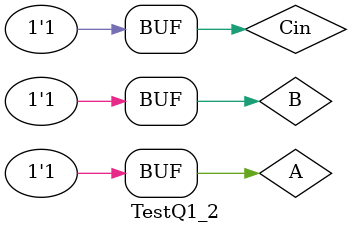
<source format=v>
module TestQ1_2;
	reg A,B,Cin;
	wire Sum,Carry;
	FA ha(A,B,Cin,Carry,Sum);
	initial begin
		$monitor("A=%b , B=%b , Cin=%b , Sum=%b , Cout=%b",A,B,Cin,Sum,Carry);
		A=1'b0;
		B=1'b0;
		Cin=1'b0;
		#20
		A=1'b1;
		B=1'b0;
		Cin=1'b0;
		#20
		A=1'b0;
		B=1'b1;
		Cin=1'b0;
		#20
		A=1'b1;
		B=1'b1;
		Cin=1'b0;
		#20



		A=1'b0;
		B=1'b0;
		Cin=1'b1;
		#20
		A=1'b1;
		B=1'b0;
		Cin=1'b1;
		#20
		A=1'b0;
		B=1'b1;
		Cin=1'b1;
		#20
		A=1'b1;
		B=1'b1;
		Cin=1'b1;
	end
	

endmodule

</source>
